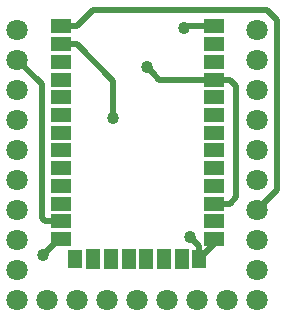
<source format=gbr>
G04 #@! TF.FileFunction,Copper,L1,Top,Signal*
%FSLAX46Y46*%
G04 Gerber Fmt 4.6, Leading zero omitted, Abs format (unit mm)*
G04 Created by KiCad (PCBNEW 0.201512080931+6353~38~ubuntu14.04.1-stable) date Sun 13 Dec 2015 15:09:23 CET*
%MOMM*%
G01*
G04 APERTURE LIST*
%ADD10C,0.100000*%
%ADD11R,1.699260X1.198880*%
%ADD12R,1.198880X1.597660*%
%ADD13R,1.198880X1.699260*%
%ADD14C,1.800000*%
%ADD15C,1.035000*%
%ADD16C,0.500000*%
%ADD17C,0.254000*%
G04 APERTURE END LIST*
D10*
D11*
X142090140Y-106789220D03*
X142090140Y-108290360D03*
X142090140Y-109788960D03*
X142090140Y-105290620D03*
X142090140Y-103789480D03*
X142090140Y-102290880D03*
X142090140Y-100789740D03*
X142090140Y-99291140D03*
X142090140Y-97790000D03*
X142090140Y-96288860D03*
X142090140Y-94790260D03*
X142090140Y-93289120D03*
X142090140Y-91790520D03*
D12*
X143339820Y-111485680D03*
D13*
X144843500Y-111439960D03*
X146342100Y-111439960D03*
X147840700Y-111439960D03*
X149339300Y-111439960D03*
X150837900Y-111439960D03*
X152336500Y-111439960D03*
D12*
X153835100Y-111488220D03*
D11*
X155089860Y-109788960D03*
X155089860Y-108290360D03*
X155089860Y-106786680D03*
X155089860Y-105290620D03*
X155089860Y-103789480D03*
X155089860Y-102290880D03*
X155089860Y-100789740D03*
X155089860Y-99291140D03*
X155089860Y-97790000D03*
X155089860Y-96288860D03*
X155089860Y-94790260D03*
X155089860Y-93289120D03*
X155089860Y-91790520D03*
D14*
X138430000Y-92075000D03*
X138430000Y-94615000D03*
X138430000Y-97155000D03*
X138430000Y-99695000D03*
X138430000Y-102235000D03*
X138430000Y-104775000D03*
X138430000Y-107315000D03*
X138430000Y-109855000D03*
X138430000Y-112395000D03*
X138430000Y-114935000D03*
X140970000Y-114935000D03*
X143510000Y-114935000D03*
X146050000Y-114935000D03*
X148590000Y-114935000D03*
X151130000Y-114935000D03*
X153670000Y-114935000D03*
X156210000Y-114935000D03*
X158750000Y-112395000D03*
X158750000Y-109855000D03*
X158750000Y-107315000D03*
X158750000Y-104775000D03*
X158750000Y-102235000D03*
X158750000Y-99695000D03*
X158750000Y-97155000D03*
X158750000Y-94615000D03*
X158750000Y-114935000D03*
X158750000Y-92075000D03*
D15*
X153037314Y-109577890D03*
X140589000Y-111125000D03*
X146546812Y-99515018D03*
X149361914Y-95206706D03*
X152527000Y-91948000D03*
D16*
X142090140Y-109788960D02*
X141925040Y-109788960D01*
X141925040Y-109788960D02*
X140589000Y-111125000D01*
X153835100Y-111488220D02*
X153835100Y-110375676D01*
X153835100Y-110375676D02*
X153037314Y-109577890D01*
X155089860Y-109788960D02*
X155089860Y-110233460D01*
X155089860Y-110233460D02*
X153835100Y-111488220D01*
D17*
X155089900Y-109789000D02*
X155312100Y-109789000D01*
X155312100Y-109789000D02*
X154893000Y-110208100D01*
D16*
X146546812Y-98783163D02*
X146546812Y-99515018D01*
X146546812Y-96396162D02*
X146546812Y-98783163D01*
X142090140Y-93289120D02*
X143439770Y-93289120D01*
X143439770Y-93289120D02*
X146546812Y-96396162D01*
X138430000Y-94615000D02*
X140490509Y-96675509D01*
X140490509Y-96675509D02*
X140490509Y-108040359D01*
X140490509Y-108040359D02*
X140740510Y-108290360D01*
X140740510Y-108290360D02*
X142090140Y-108290360D01*
X149879413Y-95724205D02*
X149361914Y-95206706D01*
X150444068Y-96288860D02*
X149879413Y-95724205D01*
X155089860Y-96288860D02*
X150444068Y-96288860D01*
X156972000Y-106254170D02*
X156972000Y-96821370D01*
X156439490Y-96288860D02*
X155089860Y-96288860D01*
X156972000Y-96821370D02*
X156439490Y-96288860D01*
X155089860Y-106786680D02*
X156439490Y-106786680D01*
X156439490Y-106786680D02*
X156972000Y-106254170D01*
D17*
X155067000Y-96266000D02*
X155089860Y-96288860D01*
D16*
X152527000Y-91948000D02*
X152684480Y-91790520D01*
X152684480Y-91790520D02*
X155089860Y-91790520D01*
X158750000Y-107315000D02*
X160400001Y-105664999D01*
X160400001Y-105664999D02*
X160400001Y-91282999D01*
X160400001Y-91282999D02*
X159542001Y-90424999D01*
X159542001Y-90424999D02*
X144805291Y-90424999D01*
X144805291Y-90424999D02*
X143439770Y-91790520D01*
X143439770Y-91790520D02*
X142090140Y-91790520D01*
M02*

</source>
